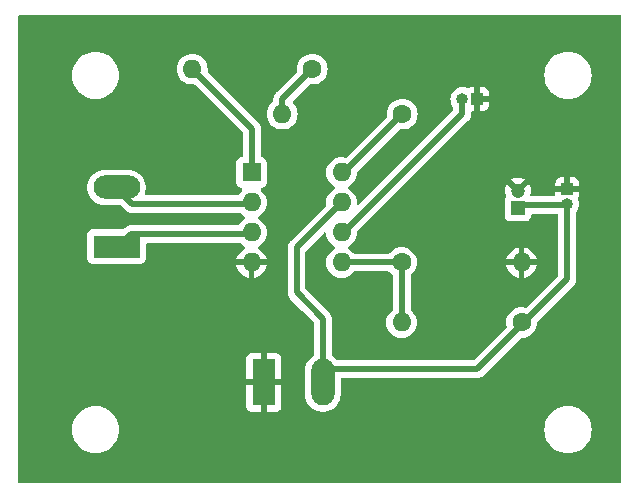
<source format=gbr>
%TF.GenerationSoftware,KiCad,Pcbnew,7.0.9*%
%TF.CreationDate,2023-12-14T14:42:03+01:00*%
%TF.ProjectId,Group15_AMP,47726f75-7031-4355-9f41-4d502e6b6963,00*%
%TF.SameCoordinates,PX66f2fb0PY6bcb370*%
%TF.FileFunction,Copper,L2,Bot*%
%TF.FilePolarity,Positive*%
%FSLAX46Y46*%
G04 Gerber Fmt 4.6, Leading zero omitted, Abs format (unit mm)*
G04 Created by KiCad (PCBNEW 7.0.9) date 2023-12-14 14:42:03*
%MOMM*%
%LPD*%
G01*
G04 APERTURE LIST*
%TA.AperFunction,ComponentPad*%
%ADD10R,1.200000X1.200000*%
%TD*%
%TA.AperFunction,ComponentPad*%
%ADD11C,1.200000*%
%TD*%
%TA.AperFunction,ComponentPad*%
%ADD12R,3.960000X1.980000*%
%TD*%
%TA.AperFunction,ComponentPad*%
%ADD13O,3.960000X1.980000*%
%TD*%
%TA.AperFunction,ComponentPad*%
%ADD14R,1.980000X3.960000*%
%TD*%
%TA.AperFunction,ComponentPad*%
%ADD15O,1.980000X3.960000*%
%TD*%
%TA.AperFunction,ComponentPad*%
%ADD16C,1.600000*%
%TD*%
%TA.AperFunction,ComponentPad*%
%ADD17O,1.600000X1.600000*%
%TD*%
%TA.AperFunction,ComponentPad*%
%ADD18R,1.000000X1.000000*%
%TD*%
%TA.AperFunction,ComponentPad*%
%ADD19O,1.000000X1.000000*%
%TD*%
%TA.AperFunction,ComponentPad*%
%ADD20R,1.600000X1.600000*%
%TD*%
%TA.AperFunction,Conductor*%
%ADD21C,0.500000*%
%TD*%
%TA.AperFunction,Conductor*%
%ADD22C,0.200000*%
%TD*%
G04 APERTURE END LIST*
D10*
%TO.P,C1,1*%
%TO.N,IN3.3*%
X42800000Y23780000D03*
D11*
%TO.P,C1,2*%
%TO.N,GND*%
X42800000Y25280000D03*
%TD*%
D12*
%TO.P,J1,1,Pin_1*%
%TO.N,/Vin+*%
X8825000Y20540000D03*
D13*
%TO.P,J1,2,Pin_2*%
%TO.N,/Vin-*%
X8825000Y25540000D03*
%TD*%
D14*
%TO.P,J3,1,Pin_1*%
%TO.N,GND*%
X21300000Y9030000D03*
D15*
%TO.P,J3,2,Pin_2*%
%TO.N,IN3.3*%
X26300000Y9030000D03*
%TD*%
D16*
%TO.P,R2,1*%
%TO.N,Net-(Ina122-Pad5)*%
X32955000Y19190000D03*
D17*
%TO.P,R2,2*%
%TO.N,GND*%
X43115000Y19190000D03*
%TD*%
D18*
%TO.P,J4,1,Pin_1*%
%TO.N,GND*%
X39370000Y33020000D03*
D19*
%TO.P,J4,2,Pin_2*%
%TO.N,/Vo*%
X38100000Y33020000D03*
%TD*%
D18*
%TO.P,J2,1,Pin_1*%
%TO.N,GND*%
X46990000Y25400000D03*
D19*
%TO.P,J2,2,Pin_2*%
%TO.N,IN3.3*%
X46990000Y24130000D03*
%TD*%
D16*
%TO.P,RG1,1*%
%TO.N,Net-(RG1-Pad1)*%
X25400000Y35560000D03*
D17*
%TO.P,RG1,2*%
%TO.N,Net-(Ina122-Pad1)*%
X15240000Y35560000D03*
%TD*%
D16*
%TO.P,RG2,1*%
%TO.N,Net-(Ina122-Pad8)*%
X33020000Y31750000D03*
D17*
%TO.P,RG2,2*%
%TO.N,Net-(RG1-Pad1)*%
X22860000Y31750000D03*
%TD*%
D16*
%TO.P,R1,1*%
%TO.N,IN3.3*%
X43115000Y14110000D03*
D17*
%TO.P,R1,2*%
%TO.N,Net-(Ina122-Pad5)*%
X32955000Y14110000D03*
%TD*%
D20*
%TO.P,Ina122,1*%
%TO.N,Net-(Ina122-Pad1)*%
X20255000Y26810000D03*
D17*
%TO.P,Ina122,2*%
%TO.N,/Vin-*%
X20255000Y24270000D03*
%TO.P,Ina122,3*%
%TO.N,/Vin+*%
X20255000Y21730000D03*
%TO.P,Ina122,4*%
%TO.N,GND*%
X20255000Y19190000D03*
%TO.P,Ina122,5*%
%TO.N,Net-(Ina122-Pad5)*%
X27875000Y19190000D03*
%TO.P,Ina122,6*%
%TO.N,/Vo*%
X27875000Y21730000D03*
%TO.P,Ina122,7*%
%TO.N,IN3.3*%
X27875000Y24270000D03*
%TO.P,Ina122,8*%
%TO.N,Net-(Ina122-Pad8)*%
X27875000Y26810000D03*
%TD*%
D21*
%TO.N,IN3.3*%
X43300000Y24030000D02*
X46890000Y24030000D01*
D22*
X46890000Y24030000D02*
X46990000Y24130000D01*
D21*
X24065000Y20460000D02*
X24065000Y19780000D01*
X39370000Y10160000D02*
X26365000Y10160000D01*
X46990000Y17780000D02*
X46990000Y24130000D01*
X26300000Y10300000D02*
X26300000Y14415000D01*
X43180000Y13970000D02*
X46990000Y17780000D01*
X24065000Y16650000D02*
X24065000Y19780000D01*
X26300000Y14415000D02*
X24065000Y16650000D01*
X43180000Y13970000D02*
X39370000Y10160000D01*
X27875000Y24270000D02*
X24065000Y20460000D01*
X27400000Y24130000D02*
X27940000Y24130000D01*
%TO.N,Net-(Ina122-Pad1)*%
X20320000Y30480000D02*
X15240000Y35560000D01*
X20320000Y26670000D02*
X20320000Y30480000D01*
%TO.N,/Vin-*%
X20320000Y24130000D02*
X10160000Y24130000D01*
X10160000Y24130000D02*
X8890000Y25400000D01*
%TO.N,/Vin+*%
X10080000Y21590000D02*
X8890000Y20400000D01*
X20320000Y21590000D02*
X10080000Y21590000D01*
%TO.N,/Vo*%
X38100000Y31750000D02*
X38100000Y33020000D01*
X27940000Y21590000D02*
X38100000Y31750000D01*
%TO.N,Net-(Ina122-Pad5)*%
X33020000Y13970000D02*
X33020000Y19050000D01*
X27875000Y19190000D02*
X32955000Y19190000D01*
%TO.N,Net-(RG1-Pad1)*%
X22860000Y31750000D02*
X22860000Y33020000D01*
X22860000Y33020000D02*
X25400000Y35560000D01*
%TO.N,Net-(Ina122-Pad8)*%
X33020000Y31750000D02*
X27940000Y26670000D01*
%TD*%
%TA.AperFunction,Conductor*%
%TO.N,GND*%
G36*
X51512539Y40119815D02*
G01*
X51558294Y40067011D01*
X51569500Y40015500D01*
X51569500Y624500D01*
X51549815Y557461D01*
X51497011Y511706D01*
X51445500Y500500D01*
X624500Y500500D01*
X557461Y520185D01*
X511706Y572989D01*
X500500Y624500D01*
X500500Y5029999D01*
X5044390Y5029999D01*
X5064804Y4744567D01*
X5125628Y4464963D01*
X5225635Y4196834D01*
X5362770Y3945691D01*
X5362775Y3945683D01*
X5534254Y3716613D01*
X5534270Y3716595D01*
X5736594Y3514271D01*
X5736612Y3514255D01*
X5965682Y3342776D01*
X5965690Y3342771D01*
X6216833Y3205636D01*
X6216832Y3205636D01*
X6216836Y3205635D01*
X6216839Y3205633D01*
X6484954Y3105631D01*
X6484960Y3105630D01*
X6484962Y3105629D01*
X6764566Y3044805D01*
X6764568Y3044805D01*
X6764572Y3044804D01*
X7018220Y3026663D01*
X7049999Y3024390D01*
X7050000Y3024390D01*
X7050001Y3024390D01*
X7078595Y3026436D01*
X7335428Y3044804D01*
X7615046Y3105631D01*
X7883161Y3205633D01*
X8134315Y3342774D01*
X8363395Y3514261D01*
X8565739Y3716605D01*
X8737226Y3945685D01*
X8874367Y4196839D01*
X8974369Y4464954D01*
X9035196Y4744572D01*
X9055610Y5029999D01*
X45044390Y5029999D01*
X45064804Y4744567D01*
X45125628Y4464963D01*
X45225635Y4196834D01*
X45362770Y3945691D01*
X45362775Y3945683D01*
X45534254Y3716613D01*
X45534270Y3716595D01*
X45736594Y3514271D01*
X45736612Y3514255D01*
X45965682Y3342776D01*
X45965690Y3342771D01*
X46216833Y3205636D01*
X46216832Y3205636D01*
X46216836Y3205635D01*
X46216839Y3205633D01*
X46484954Y3105631D01*
X46484960Y3105630D01*
X46484962Y3105629D01*
X46764566Y3044805D01*
X46764568Y3044805D01*
X46764572Y3044804D01*
X47018220Y3026663D01*
X47049999Y3024390D01*
X47050000Y3024390D01*
X47050001Y3024390D01*
X47078595Y3026436D01*
X47335428Y3044804D01*
X47615046Y3105631D01*
X47883161Y3205633D01*
X48134315Y3342774D01*
X48363395Y3514261D01*
X48565739Y3716605D01*
X48737226Y3945685D01*
X48874367Y4196839D01*
X48974369Y4464954D01*
X49035196Y4744572D01*
X49055610Y5030000D01*
X49035196Y5315428D01*
X48974369Y5595046D01*
X48874367Y5863161D01*
X48794025Y6010295D01*
X48737229Y6114310D01*
X48737224Y6114318D01*
X48565745Y6343388D01*
X48565729Y6343406D01*
X48363405Y6545730D01*
X48363387Y6545746D01*
X48134317Y6717225D01*
X48134309Y6717230D01*
X47883166Y6854365D01*
X47883167Y6854365D01*
X47775915Y6894368D01*
X47615046Y6954369D01*
X47615043Y6954370D01*
X47615037Y6954372D01*
X47335433Y7015196D01*
X47050001Y7035610D01*
X47049999Y7035610D01*
X46764566Y7015196D01*
X46484962Y6954372D01*
X46216833Y6854365D01*
X45965690Y6717230D01*
X45965682Y6717225D01*
X45736612Y6545746D01*
X45736594Y6545730D01*
X45534270Y6343406D01*
X45534254Y6343388D01*
X45362775Y6114318D01*
X45362770Y6114310D01*
X45225635Y5863167D01*
X45125628Y5595038D01*
X45064804Y5315434D01*
X45044390Y5030002D01*
X45044390Y5029999D01*
X9055610Y5029999D01*
X9055610Y5030000D01*
X9035196Y5315428D01*
X8974369Y5595046D01*
X8874367Y5863161D01*
X8794025Y6010295D01*
X8737229Y6114310D01*
X8737224Y6114318D01*
X8565745Y6343388D01*
X8565729Y6343406D01*
X8363405Y6545730D01*
X8363387Y6545746D01*
X8134317Y6717225D01*
X8134309Y6717230D01*
X7883166Y6854365D01*
X7883167Y6854365D01*
X7775915Y6894368D01*
X7615046Y6954369D01*
X7615043Y6954370D01*
X7615037Y6954372D01*
X7395377Y7002156D01*
X19810000Y7002156D01*
X19816401Y6942628D01*
X19816403Y6942621D01*
X19866645Y6807914D01*
X19866649Y6807907D01*
X19952809Y6692813D01*
X19952812Y6692810D01*
X20067906Y6606650D01*
X20067913Y6606646D01*
X20202620Y6556404D01*
X20202627Y6556402D01*
X20262155Y6550001D01*
X20262172Y6550000D01*
X21050000Y6550000D01*
X21050000Y8418943D01*
X21140892Y8384472D01*
X21260081Y8370000D01*
X21339919Y8370000D01*
X21459108Y8384472D01*
X21550000Y8418943D01*
X21550000Y6550000D01*
X22337828Y6550000D01*
X22337844Y6550001D01*
X22397372Y6556402D01*
X22397379Y6556404D01*
X22532086Y6606646D01*
X22532093Y6606650D01*
X22647187Y6692810D01*
X22647190Y6692813D01*
X22733350Y6807907D01*
X22733354Y6807914D01*
X22783596Y6942621D01*
X22783598Y6942628D01*
X22789999Y7002156D01*
X22790000Y7002173D01*
X22790000Y8780000D01*
X21914168Y8780000D01*
X21921643Y8794242D01*
X21960000Y8949862D01*
X21960000Y9110138D01*
X21921643Y9265758D01*
X21914168Y9280000D01*
X22790000Y9280000D01*
X22790000Y11057828D01*
X22789999Y11057845D01*
X22783598Y11117373D01*
X22783596Y11117380D01*
X22733354Y11252087D01*
X22733350Y11252094D01*
X22647190Y11367188D01*
X22647187Y11367191D01*
X22532093Y11453351D01*
X22532086Y11453355D01*
X22397379Y11503597D01*
X22397372Y11503599D01*
X22337844Y11510000D01*
X21550000Y11510000D01*
X21550000Y9641058D01*
X21459108Y9675528D01*
X21339919Y9690000D01*
X21260081Y9690000D01*
X21140892Y9675528D01*
X21050000Y9641058D01*
X21050000Y11510000D01*
X20262155Y11510000D01*
X20202627Y11503599D01*
X20202620Y11503597D01*
X20067913Y11453355D01*
X20067906Y11453351D01*
X19952812Y11367191D01*
X19952809Y11367188D01*
X19866649Y11252094D01*
X19866645Y11252087D01*
X19816403Y11117380D01*
X19816401Y11117373D01*
X19810000Y11057845D01*
X19810000Y9280000D01*
X20685832Y9280000D01*
X20678357Y9265758D01*
X20640000Y9110138D01*
X20640000Y8949862D01*
X20678357Y8794242D01*
X20685832Y8780000D01*
X19810000Y8780000D01*
X19810000Y7002156D01*
X7395377Y7002156D01*
X7335433Y7015196D01*
X7050001Y7035610D01*
X7049999Y7035610D01*
X6764566Y7015196D01*
X6484962Y6954372D01*
X6216833Y6854365D01*
X5965690Y6717230D01*
X5965682Y6717225D01*
X5736612Y6545746D01*
X5736594Y6545730D01*
X5534270Y6343406D01*
X5534254Y6343388D01*
X5362775Y6114318D01*
X5362770Y6114310D01*
X5225635Y5863167D01*
X5125628Y5595038D01*
X5064804Y5315434D01*
X5044390Y5030002D01*
X5044390Y5029999D01*
X500500Y5029999D01*
X500500Y16671975D01*
X23309710Y16671975D01*
X23314264Y16619936D01*
X23314500Y16614530D01*
X23314500Y16606291D01*
X23318306Y16573726D01*
X23325000Y16497209D01*
X23326461Y16490133D01*
X23326403Y16490122D01*
X23328034Y16482763D01*
X23328092Y16482776D01*
X23329757Y16475750D01*
X23356025Y16403576D01*
X23380185Y16330669D01*
X23383236Y16324126D01*
X23383182Y16324102D01*
X23386470Y16317312D01*
X23386521Y16317337D01*
X23389761Y16310887D01*
X23389762Y16310886D01*
X23389763Y16310883D01*
X23431965Y16246717D01*
X23472287Y16181345D01*
X23476766Y16175681D01*
X23476719Y16175644D01*
X23481482Y16169798D01*
X23481528Y16169836D01*
X23486173Y16164300D01*
X23542018Y16111614D01*
X24543588Y15110044D01*
X25513181Y14140452D01*
X25546666Y14079129D01*
X25549500Y14052771D01*
X25549500Y11382501D01*
X25529815Y11315462D01*
X25486196Y11275003D01*
X25486277Y11274880D01*
X25485559Y11274411D01*
X25484521Y11273448D01*
X25481983Y11272075D01*
X25481982Y11272075D01*
X25481980Y11272073D01*
X25456311Y11252094D01*
X25287053Y11120356D01*
X25119752Y10938618D01*
X24984650Y10731828D01*
X24885428Y10505624D01*
X24824789Y10266166D01*
X24809500Y10081643D01*
X24809500Y7978357D01*
X24824789Y7793835D01*
X24824789Y7793832D01*
X24824790Y7793831D01*
X24885428Y7554377D01*
X24984652Y7328169D01*
X25119755Y7121379D01*
X25287052Y6939645D01*
X25287055Y6939643D01*
X25287058Y6939640D01*
X25481971Y6787933D01*
X25481977Y6787929D01*
X25481980Y6787927D01*
X25699221Y6670362D01*
X25820536Y6628715D01*
X25932846Y6590158D01*
X25932848Y6590158D01*
X25932850Y6590157D01*
X26176494Y6549500D01*
X26176495Y6549500D01*
X26423505Y6549500D01*
X26423506Y6549500D01*
X26667150Y6590157D01*
X26900779Y6670362D01*
X27118020Y6787927D01*
X27143691Y6807907D01*
X27203382Y6854367D01*
X27312948Y6939645D01*
X27480245Y7121379D01*
X27615348Y7328169D01*
X27714572Y7554377D01*
X27775210Y7793831D01*
X27790500Y7978355D01*
X27790500Y9285500D01*
X27810185Y9352539D01*
X27862989Y9398294D01*
X27914500Y9409500D01*
X39306295Y9409500D01*
X39324265Y9408191D01*
X39348023Y9404711D01*
X39400068Y9409265D01*
X39405470Y9409500D01*
X39413704Y9409500D01*
X39413709Y9409500D01*
X39425327Y9410859D01*
X39446276Y9413307D01*
X39459028Y9414423D01*
X39522797Y9420001D01*
X39522805Y9420004D01*
X39529866Y9421461D01*
X39529878Y9421402D01*
X39537243Y9423035D01*
X39537229Y9423094D01*
X39544246Y9424759D01*
X39544255Y9424759D01*
X39616423Y9451026D01*
X39689334Y9475186D01*
X39689343Y9475193D01*
X39695882Y9478240D01*
X39695908Y9478184D01*
X39702690Y9481468D01*
X39702663Y9481522D01*
X39709106Y9484760D01*
X39709117Y9484763D01*
X39773283Y9526966D01*
X39838656Y9567288D01*
X39838662Y9567295D01*
X39844325Y9571771D01*
X39844362Y9571723D01*
X39850204Y9576482D01*
X39850164Y9576529D01*
X39855691Y9581168D01*
X39855696Y9581170D01*
X39908386Y9637019D01*
X43040237Y12768872D01*
X43101558Y12802355D01*
X43117101Y12804716D01*
X43341692Y12824365D01*
X43561496Y12883261D01*
X43767734Y12979432D01*
X43954139Y13109953D01*
X44115047Y13270861D01*
X44245568Y13457266D01*
X44341739Y13663504D01*
X44400635Y13883308D01*
X44420283Y14107892D01*
X44445735Y14172959D01*
X44456122Y14184756D01*
X47475638Y17204273D01*
X47489267Y17216050D01*
X47508530Y17230390D01*
X47508532Y17230394D01*
X47508534Y17230394D01*
X47526663Y17252001D01*
X47542113Y17270415D01*
X47545767Y17274401D01*
X47551591Y17280224D01*
X47571930Y17305948D01*
X47621302Y17364786D01*
X47621306Y17364795D01*
X47625274Y17370825D01*
X47625325Y17370792D01*
X47629369Y17377140D01*
X47629317Y17377172D01*
X47633104Y17383315D01*
X47633111Y17383323D01*
X47665572Y17452937D01*
X47700040Y17521567D01*
X47700041Y17521573D01*
X47702508Y17528350D01*
X47702566Y17528329D01*
X47705043Y17535456D01*
X47704986Y17535474D01*
X47707255Y17542321D01*
X47707256Y17542326D01*
X47707257Y17542328D01*
X47722790Y17617559D01*
X47740500Y17692279D01*
X47740500Y17692281D01*
X47741339Y17699452D01*
X47741398Y17699446D01*
X47742164Y17706946D01*
X47742105Y17706951D01*
X47742734Y17714141D01*
X47740500Y17790918D01*
X47740500Y23423024D01*
X47760185Y23490063D01*
X47768632Y23501671D01*
X47825910Y23571462D01*
X47918814Y23745273D01*
X47976024Y23933868D01*
X47995341Y24130000D01*
X47976024Y24326132D01*
X47918814Y24514727D01*
X47917419Y24517337D01*
X47917100Y24518865D01*
X47916482Y24520359D01*
X47916765Y24520477D01*
X47903174Y24585739D01*
X47927512Y24650110D01*
X47933351Y24657911D01*
X47983597Y24792624D01*
X47983598Y24792628D01*
X47989999Y24852156D01*
X47990000Y24852173D01*
X47990000Y25150000D01*
X47235581Y25150000D01*
X47287060Y25205921D01*
X47333982Y25312892D01*
X47343628Y25429302D01*
X47314953Y25542538D01*
X47251064Y25640327D01*
X47158885Y25712072D01*
X47048405Y25750000D01*
X46960995Y25750000D01*
X46874784Y25735614D01*
X46772053Y25680019D01*
X46692940Y25594079D01*
X46646018Y25487108D01*
X46636372Y25370698D01*
X46665047Y25257462D01*
X46728936Y25159673D01*
X46741364Y25150000D01*
X45990000Y25150000D01*
X45990000Y24904500D01*
X45970315Y24837461D01*
X45917511Y24791706D01*
X45866000Y24780500D01*
X43965741Y24780500D01*
X43898702Y24800185D01*
X43852947Y24852989D01*
X43843003Y24922147D01*
X43846475Y24938434D01*
X43885902Y25077008D01*
X43885903Y25077011D01*
X43904713Y25280000D01*
X43904713Y25280001D01*
X43885903Y25482990D01*
X43885902Y25482993D01*
X43838385Y25650000D01*
X45990000Y25650000D01*
X46740000Y25650000D01*
X46740000Y26400000D01*
X47240000Y26400000D01*
X47240000Y25650000D01*
X47990000Y25650000D01*
X47990000Y25947828D01*
X47989999Y25947845D01*
X47983598Y26007373D01*
X47983596Y26007380D01*
X47933354Y26142087D01*
X47933350Y26142094D01*
X47847190Y26257188D01*
X47847187Y26257191D01*
X47732093Y26343351D01*
X47732086Y26343355D01*
X47597379Y26393597D01*
X47597372Y26393599D01*
X47537844Y26400000D01*
X47240000Y26400000D01*
X46740000Y26400000D01*
X46442155Y26400000D01*
X46382627Y26393599D01*
X46382620Y26393597D01*
X46247913Y26343355D01*
X46247906Y26343351D01*
X46132812Y26257191D01*
X46132809Y26257188D01*
X46046649Y26142094D01*
X46046645Y26142087D01*
X45996403Y26007380D01*
X45996401Y26007373D01*
X45990000Y25947845D01*
X45990000Y25650000D01*
X43838385Y25650000D01*
X43830116Y25679064D01*
X43830113Y25679070D01*
X43739244Y25861559D01*
X43737466Y25863914D01*
X43737465Y25863915D01*
X43095346Y25221796D01*
X43103895Y25251840D01*
X43093546Y25363521D01*
X43043552Y25463922D01*
X42960666Y25539484D01*
X42856080Y25580000D01*
X42772198Y25580000D01*
X42689750Y25564588D01*
X42594390Y25505543D01*
X42526799Y25416038D01*
X42496105Y25308160D01*
X42504052Y25222395D01*
X41862533Y25863915D01*
X41860754Y25861557D01*
X41769886Y25679070D01*
X41769883Y25679064D01*
X41714097Y25482993D01*
X41714096Y25482990D01*
X41695287Y25280001D01*
X41695287Y25280000D01*
X41714096Y25077011D01*
X41714097Y25077009D01*
X41769884Y24880937D01*
X41769890Y24880922D01*
X41807688Y24805015D01*
X41819949Y24736230D01*
X41795955Y24675432D01*
X41756204Y24622332D01*
X41756202Y24622329D01*
X41705908Y24487483D01*
X41699501Y24427884D01*
X41699500Y24427865D01*
X41699500Y23132130D01*
X41699501Y23132124D01*
X41705908Y23072517D01*
X41756202Y22937672D01*
X41756206Y22937665D01*
X41842452Y22822456D01*
X41842455Y22822453D01*
X41957664Y22736207D01*
X41957671Y22736203D01*
X42092517Y22685909D01*
X42092516Y22685909D01*
X42099444Y22685165D01*
X42152127Y22679500D01*
X43447872Y22679501D01*
X43507483Y22685909D01*
X43642331Y22736204D01*
X43757546Y22822454D01*
X43843796Y22937669D01*
X43894091Y23072517D01*
X43900500Y23132127D01*
X43900500Y23155500D01*
X43920185Y23222539D01*
X43972989Y23268294D01*
X44024500Y23279500D01*
X46115500Y23279500D01*
X46182539Y23259815D01*
X46228294Y23207011D01*
X46239500Y23155500D01*
X46239500Y18142230D01*
X46219815Y18075191D01*
X46203181Y18054549D01*
X43552080Y15403449D01*
X43490757Y15369964D01*
X43432306Y15371355D01*
X43341692Y15395635D01*
X43341690Y15395636D01*
X43341686Y15395636D01*
X43115002Y15415468D01*
X43114998Y15415468D01*
X42888313Y15395636D01*
X42888302Y15395634D01*
X42668511Y15336742D01*
X42668502Y15336739D01*
X42462267Y15240569D01*
X42462265Y15240568D01*
X42275858Y15110046D01*
X42114954Y14949142D01*
X41984432Y14762735D01*
X41984431Y14762733D01*
X41888261Y14556498D01*
X41888258Y14556489D01*
X41829366Y14336698D01*
X41829364Y14336687D01*
X41809532Y14110002D01*
X41809532Y14109999D01*
X41829364Y13883314D01*
X41829366Y13883304D01*
X41853645Y13792694D01*
X41851982Y13722845D01*
X41821551Y13672920D01*
X39095451Y10946819D01*
X39034128Y10913334D01*
X39007770Y10910500D01*
X27560524Y10910500D01*
X27493485Y10930185D01*
X27469294Y10950517D01*
X27312948Y11120355D01*
X27118020Y11272073D01*
X27115478Y11273449D01*
X27114639Y11274281D01*
X27113723Y11274880D01*
X27113846Y11275069D01*
X27065890Y11322669D01*
X27050500Y11382501D01*
X27050500Y14351295D01*
X27051809Y14369265D01*
X27055289Y14393026D01*
X27050736Y14445061D01*
X27050500Y14450468D01*
X27050500Y14458703D01*
X27050500Y14458709D01*
X27046691Y14491293D01*
X27039998Y14567798D01*
X27039996Y14567803D01*
X27038538Y14574867D01*
X27038597Y14574880D01*
X27036967Y14582236D01*
X27036908Y14582221D01*
X27035242Y14589247D01*
X27035241Y14589255D01*
X27008973Y14661427D01*
X26984815Y14734334D01*
X26981763Y14740879D01*
X26981817Y14740905D01*
X26978533Y14747688D01*
X26978480Y14747660D01*
X26975238Y14754114D01*
X26975237Y14754117D01*
X26933038Y14818277D01*
X26892712Y14883656D01*
X26892711Y14883657D01*
X26892710Y14883659D01*
X26888234Y14889319D01*
X26888280Y14889357D01*
X26883519Y14895201D01*
X26883474Y14895162D01*
X26878834Y14900692D01*
X26822982Y14953387D01*
X24851819Y16924550D01*
X24818334Y16985873D01*
X24815500Y17012231D01*
X24815500Y20097772D01*
X24835185Y20164811D01*
X24851814Y20185448D01*
X26367568Y21701203D01*
X26428891Y21734687D01*
X26498583Y21729703D01*
X26554516Y21687831D01*
X26578777Y21624329D01*
X26589364Y21503313D01*
X26589366Y21503303D01*
X26648258Y21283512D01*
X26648261Y21283503D01*
X26744431Y21077268D01*
X26744432Y21077266D01*
X26874954Y20890859D01*
X27035858Y20729955D01*
X27035861Y20729953D01*
X27222266Y20599432D01*
X27280275Y20572382D01*
X27332714Y20526209D01*
X27351866Y20459016D01*
X27331650Y20392135D01*
X27280275Y20347618D01*
X27222267Y20320569D01*
X27222265Y20320568D01*
X27035858Y20190046D01*
X26874954Y20029142D01*
X26744432Y19842735D01*
X26744431Y19842733D01*
X26648261Y19636498D01*
X26648258Y19636489D01*
X26589366Y19416698D01*
X26589364Y19416687D01*
X26569532Y19190002D01*
X26569532Y19189999D01*
X26589364Y18963314D01*
X26589366Y18963303D01*
X26648258Y18743512D01*
X26648261Y18743503D01*
X26744431Y18537268D01*
X26744432Y18537266D01*
X26874954Y18350859D01*
X27035858Y18189955D01*
X27035861Y18189953D01*
X27222266Y18059432D01*
X27428504Y17963261D01*
X27648308Y17904365D01*
X27810230Y17890199D01*
X27874998Y17884532D01*
X27875000Y17884532D01*
X27875002Y17884532D01*
X27931673Y17889491D01*
X28101692Y17904365D01*
X28321496Y17963261D01*
X28527734Y18059432D01*
X28714139Y18189953D01*
X28875047Y18350861D01*
X28900088Y18386623D01*
X28954665Y18430248D01*
X29001663Y18439500D01*
X31828337Y18439500D01*
X31895376Y18419815D01*
X31929912Y18386623D01*
X31954954Y18350859D01*
X32115857Y18189956D01*
X32115860Y18189954D01*
X32115861Y18189953D01*
X32216623Y18119400D01*
X32260248Y18064824D01*
X32269500Y18017825D01*
X32269500Y15282177D01*
X32249815Y15215138D01*
X32216624Y15180602D01*
X32115856Y15110044D01*
X31954954Y14949142D01*
X31824432Y14762735D01*
X31824431Y14762733D01*
X31728261Y14556498D01*
X31728258Y14556489D01*
X31669366Y14336698D01*
X31669364Y14336687D01*
X31649532Y14110002D01*
X31649532Y14109999D01*
X31669364Y13883314D01*
X31669366Y13883303D01*
X31728258Y13663512D01*
X31728261Y13663503D01*
X31824431Y13457268D01*
X31824432Y13457266D01*
X31954954Y13270859D01*
X32115858Y13109955D01*
X32115861Y13109953D01*
X32302266Y12979432D01*
X32508504Y12883261D01*
X32728308Y12824365D01*
X32890230Y12810199D01*
X32954998Y12804532D01*
X32955000Y12804532D01*
X32955002Y12804532D01*
X33011673Y12809491D01*
X33181692Y12824365D01*
X33401496Y12883261D01*
X33607734Y12979432D01*
X33794139Y13109953D01*
X33955047Y13270861D01*
X34085568Y13457266D01*
X34181739Y13663504D01*
X34240635Y13883308D01*
X34260468Y14110000D01*
X34240635Y14336692D01*
X34181739Y14556496D01*
X34085568Y14762734D01*
X33955047Y14949139D01*
X33955045Y14949142D01*
X33806819Y15097368D01*
X33773334Y15158691D01*
X33770500Y15185049D01*
X33770500Y18114951D01*
X33790185Y18181990D01*
X33806819Y18202632D01*
X33955045Y18350859D01*
X33955047Y18350861D01*
X34085568Y18537266D01*
X34181739Y18743504D01*
X34240635Y18963308D01*
X34260468Y19190000D01*
X34260253Y19192453D01*
X34254801Y19254770D01*
X34240635Y19416692D01*
X34234389Y19440001D01*
X41836127Y19440001D01*
X41836128Y19440000D01*
X42799314Y19440000D01*
X42787359Y19428045D01*
X42729835Y19315148D01*
X42710014Y19190000D01*
X42729835Y19064852D01*
X42787359Y18951955D01*
X42799314Y18940000D01*
X41836128Y18940000D01*
X41888730Y18743683D01*
X41888734Y18743674D01*
X41984865Y18537518D01*
X42115342Y18351180D01*
X42276179Y18190343D01*
X42462517Y18059866D01*
X42668673Y17963735D01*
X42668682Y17963731D01*
X42864999Y17911128D01*
X42865000Y17911129D01*
X42865000Y18874314D01*
X42876955Y18862359D01*
X42989852Y18804835D01*
X43083519Y18790000D01*
X43146481Y18790000D01*
X43240148Y18804835D01*
X43353045Y18862359D01*
X43365000Y18874314D01*
X43365000Y17911128D01*
X43561317Y17963731D01*
X43561326Y17963735D01*
X43767482Y18059866D01*
X43953820Y18190343D01*
X44114657Y18351180D01*
X44245134Y18537518D01*
X44341265Y18743674D01*
X44341269Y18743683D01*
X44393872Y18940000D01*
X43430686Y18940000D01*
X43442641Y18951955D01*
X43500165Y19064852D01*
X43519986Y19190000D01*
X43500165Y19315148D01*
X43442641Y19428045D01*
X43430686Y19440000D01*
X44393872Y19440000D01*
X44393872Y19440001D01*
X44341269Y19636318D01*
X44341265Y19636327D01*
X44245134Y19842483D01*
X44114657Y20028821D01*
X43953820Y20189658D01*
X43767482Y20320135D01*
X43561328Y20416266D01*
X43365000Y20468873D01*
X43365000Y19505686D01*
X43353045Y19517641D01*
X43240148Y19575165D01*
X43146481Y19590000D01*
X43083519Y19590000D01*
X42989852Y19575165D01*
X42876955Y19517641D01*
X42865000Y19505686D01*
X42865000Y20468873D01*
X42668671Y20416266D01*
X42462517Y20320135D01*
X42276179Y20189658D01*
X42115342Y20028821D01*
X41984865Y19842483D01*
X41888734Y19636327D01*
X41888730Y19636318D01*
X41836127Y19440001D01*
X34234389Y19440001D01*
X34181739Y19636496D01*
X34085568Y19842734D01*
X33955047Y20029139D01*
X33955045Y20029142D01*
X33794141Y20190046D01*
X33607734Y20320568D01*
X33607732Y20320569D01*
X33401497Y20416739D01*
X33401488Y20416742D01*
X33181697Y20475634D01*
X33181693Y20475635D01*
X33181692Y20475635D01*
X33181691Y20475636D01*
X33181686Y20475636D01*
X32955002Y20495468D01*
X32954998Y20495468D01*
X32728313Y20475636D01*
X32728302Y20475634D01*
X32508511Y20416742D01*
X32508502Y20416739D01*
X32302267Y20320569D01*
X32302265Y20320568D01*
X32115858Y20190046D01*
X31954954Y20029142D01*
X31929912Y19993377D01*
X31875335Y19949752D01*
X31828337Y19940500D01*
X29001663Y19940500D01*
X28934624Y19960185D01*
X28900088Y19993377D01*
X28875045Y20029142D01*
X28714141Y20190046D01*
X28527734Y20320568D01*
X28527728Y20320571D01*
X28469725Y20347618D01*
X28417285Y20393790D01*
X28398133Y20460983D01*
X28418348Y20527865D01*
X28469725Y20572382D01*
X28527734Y20599432D01*
X28714139Y20729953D01*
X28875047Y20890861D01*
X29005568Y21077266D01*
X29101739Y21283504D01*
X29160635Y21503308D01*
X29180283Y21727892D01*
X29205735Y21792959D01*
X29216122Y21804756D01*
X33625608Y26214242D01*
X42219310Y26214242D01*
X42800000Y25633553D01*
X42800001Y25633553D01*
X43380688Y26214242D01*
X43380687Y26214243D01*
X43292418Y26268896D01*
X43292411Y26268900D01*
X43102321Y26342540D01*
X42901928Y26380000D01*
X42698072Y26380000D01*
X42497678Y26342540D01*
X42307588Y26268900D01*
X42307584Y26268898D01*
X42219310Y26214242D01*
X33625608Y26214242D01*
X38585642Y31174276D01*
X38599271Y31186053D01*
X38618530Y31200390D01*
X38652101Y31240399D01*
X38655761Y31244394D01*
X38661590Y31250222D01*
X38681941Y31275961D01*
X38687948Y31283121D01*
X38731302Y31334786D01*
X38731306Y31334795D01*
X38735274Y31340825D01*
X38735325Y31340792D01*
X38739372Y31347144D01*
X38739320Y31347176D01*
X38743112Y31353325D01*
X38775575Y31422942D01*
X38810036Y31491560D01*
X38810040Y31491567D01*
X38810042Y31491579D01*
X38812509Y31498354D01*
X38812567Y31498333D01*
X38815043Y31505454D01*
X38814986Y31505472D01*
X38817257Y31512327D01*
X38832792Y31587566D01*
X38850498Y31662272D01*
X38850500Y31662279D01*
X38850500Y31662290D01*
X38851338Y31669452D01*
X38851398Y31669445D01*
X38852164Y31676945D01*
X38852105Y31676950D01*
X38852734Y31684140D01*
X38850500Y31760918D01*
X38850500Y31896000D01*
X38870185Y31963039D01*
X38922989Y32008794D01*
X38974500Y32020000D01*
X39120000Y32020000D01*
X39120000Y32812328D01*
X39157871Y32767195D01*
X39257129Y32709888D01*
X39341564Y32695000D01*
X39398436Y32695000D01*
X39482871Y32709888D01*
X39582129Y32767195D01*
X39584483Y32770000D01*
X39620000Y32770000D01*
X39620000Y32020000D01*
X39917828Y32020000D01*
X39917844Y32020001D01*
X39977372Y32026402D01*
X39977379Y32026404D01*
X40112086Y32076646D01*
X40112093Y32076650D01*
X40227187Y32162810D01*
X40227190Y32162813D01*
X40313350Y32277907D01*
X40313354Y32277914D01*
X40363596Y32412621D01*
X40363598Y32412628D01*
X40369999Y32472156D01*
X40370000Y32472173D01*
X40370000Y32770000D01*
X39620000Y32770000D01*
X39584483Y32770000D01*
X39655801Y32854993D01*
X39695000Y32962694D01*
X39695000Y33077306D01*
X39655801Y33185007D01*
X39582129Y33272805D01*
X39482871Y33330112D01*
X39398436Y33345000D01*
X39341564Y33345000D01*
X39257129Y33330112D01*
X39157871Y33272805D01*
X39120000Y33227673D01*
X39120000Y34020000D01*
X39620000Y34020000D01*
X39620000Y33270000D01*
X40370000Y33270000D01*
X40370000Y33567828D01*
X40369999Y33567845D01*
X40363598Y33627373D01*
X40363596Y33627380D01*
X40313354Y33762087D01*
X40313350Y33762094D01*
X40227190Y33877188D01*
X40227187Y33877191D01*
X40112093Y33963351D01*
X40112086Y33963355D01*
X39977379Y34013597D01*
X39977372Y34013599D01*
X39917844Y34020000D01*
X39620000Y34020000D01*
X39120000Y34020000D01*
X38822155Y34020000D01*
X38762627Y34013599D01*
X38762620Y34013597D01*
X38627913Y33963355D01*
X38627907Y33963352D01*
X38620102Y33957508D01*
X38554638Y33933092D01*
X38490470Y33946751D01*
X38490359Y33946482D01*
X38488905Y33947084D01*
X38487341Y33947417D01*
X38484731Y33948812D01*
X38484730Y33948813D01*
X38484727Y33948814D01*
X38296132Y34006024D01*
X38296129Y34006025D01*
X38100000Y34025341D01*
X37903870Y34006025D01*
X37715266Y33948812D01*
X37541467Y33855914D01*
X37541460Y33855910D01*
X37389116Y33730884D01*
X37264090Y33578540D01*
X37264086Y33578533D01*
X37171188Y33404734D01*
X37113975Y33216130D01*
X37094659Y33020000D01*
X37113975Y32823871D01*
X37113976Y32823868D01*
X37136369Y32750047D01*
X37171188Y32635267D01*
X37264084Y32461471D01*
X37264087Y32461467D01*
X37264090Y32461462D01*
X37321354Y32391686D01*
X37348666Y32327380D01*
X37349500Y32313024D01*
X37349500Y32112231D01*
X37329815Y32045192D01*
X37313181Y32024550D01*
X29385112Y24096482D01*
X29323789Y24062997D01*
X29254097Y24067981D01*
X29198164Y24109853D01*
X29173747Y24175317D01*
X29173902Y24194961D01*
X29180468Y24270000D01*
X29160635Y24496692D01*
X29101739Y24716496D01*
X29005568Y24922734D01*
X28875047Y25109139D01*
X28875045Y25109142D01*
X28714141Y25270046D01*
X28527734Y25400568D01*
X28527728Y25400571D01*
X28493581Y25416494D01*
X28469724Y25427619D01*
X28417285Y25473790D01*
X28398133Y25540983D01*
X28418348Y25607865D01*
X28469725Y25652382D01*
X28527734Y25679432D01*
X28714139Y25809953D01*
X28875047Y25970861D01*
X29005568Y26157266D01*
X29101739Y26363504D01*
X29160635Y26583308D01*
X29180283Y26807892D01*
X29205735Y26872959D01*
X29216122Y26884756D01*
X32754652Y30423286D01*
X32815973Y30456769D01*
X32853135Y30459131D01*
X32996366Y30446600D01*
X33019999Y30444532D01*
X33020000Y30444532D01*
X33020002Y30444532D01*
X33076673Y30449491D01*
X33246692Y30464365D01*
X33466496Y30523261D01*
X33672734Y30619432D01*
X33859139Y30749953D01*
X34020047Y30910861D01*
X34150568Y31097266D01*
X34246739Y31303504D01*
X34305635Y31523308D01*
X34325468Y31750000D01*
X34305635Y31976692D01*
X34246739Y32196496D01*
X34150568Y32402734D01*
X34020047Y32589139D01*
X34020045Y32589142D01*
X33859141Y32750046D01*
X33672734Y32880568D01*
X33672732Y32880569D01*
X33466497Y32976739D01*
X33466488Y32976742D01*
X33246697Y33035634D01*
X33246693Y33035635D01*
X33246692Y33035635D01*
X33246691Y33035636D01*
X33246686Y33035636D01*
X33020002Y33055468D01*
X33019998Y33055468D01*
X32793313Y33035636D01*
X32793302Y33035634D01*
X32573511Y32976742D01*
X32573502Y32976739D01*
X32367267Y32880569D01*
X32367265Y32880568D01*
X32180858Y32750046D01*
X32019954Y32589142D01*
X31889432Y32402735D01*
X31889431Y32402733D01*
X31793261Y32196498D01*
X31793258Y32196489D01*
X31734366Y31976698D01*
X31734364Y31976687D01*
X31714532Y31750002D01*
X31714532Y31749997D01*
X31729129Y31583139D01*
X31715362Y31514640D01*
X31693282Y31484652D01*
X28312080Y28103450D01*
X28250757Y28069965D01*
X28192307Y28071356D01*
X28101699Y28095633D01*
X28101702Y28095633D01*
X28101692Y28095635D01*
X28101689Y28095636D01*
X28101686Y28095636D01*
X27875001Y28115468D01*
X27874998Y28115468D01*
X27648313Y28095636D01*
X27648302Y28095634D01*
X27428511Y28036742D01*
X27428502Y28036739D01*
X27222267Y27940569D01*
X27222265Y27940568D01*
X27035858Y27810046D01*
X26874954Y27649142D01*
X26744432Y27462735D01*
X26744431Y27462733D01*
X26648261Y27256498D01*
X26648258Y27256489D01*
X26589366Y27036698D01*
X26589364Y27036687D01*
X26569532Y26810002D01*
X26569532Y26809999D01*
X26589364Y26583314D01*
X26589366Y26583303D01*
X26648258Y26363512D01*
X26648261Y26363503D01*
X26744431Y26157268D01*
X26744432Y26157266D01*
X26874954Y25970859D01*
X27035858Y25809955D01*
X27035861Y25809953D01*
X27222266Y25679432D01*
X27280275Y25652382D01*
X27332714Y25606209D01*
X27351866Y25539016D01*
X27331650Y25472135D01*
X27280275Y25427618D01*
X27222267Y25400569D01*
X27222265Y25400568D01*
X27035858Y25270046D01*
X26874954Y25109142D01*
X26744432Y24922735D01*
X26744431Y24922733D01*
X26648261Y24716498D01*
X26648258Y24716489D01*
X26589366Y24496698D01*
X26589364Y24496687D01*
X26569532Y24270002D01*
X26569532Y24269997D01*
X26584129Y24103139D01*
X26570362Y24034640D01*
X26548282Y24004652D01*
X23579358Y21035728D01*
X23565729Y21023949D01*
X23546468Y21009610D01*
X23512898Y20969603D01*
X23509253Y20965624D01*
X23503409Y20959778D01*
X23483059Y20934041D01*
X23433695Y20875211D01*
X23429729Y20869181D01*
X23429682Y20869212D01*
X23425630Y20862853D01*
X23425679Y20862823D01*
X23421889Y20856679D01*
X23389424Y20787059D01*
X23354960Y20718434D01*
X23352488Y20711643D01*
X23352432Y20711664D01*
X23349960Y20704550D01*
X23350015Y20704531D01*
X23347742Y20697673D01*
X23339975Y20660054D01*
X23332207Y20622435D01*
X23319001Y20566716D01*
X23314498Y20547714D01*
X23313661Y20540546D01*
X23313601Y20540553D01*
X23312835Y20533055D01*
X23312895Y20533049D01*
X23312265Y20525860D01*
X23314500Y20449084D01*
X23314500Y16713706D01*
X23313191Y16695737D01*
X23309710Y16671975D01*
X500500Y16671975D01*
X500500Y19502130D01*
X6344500Y19502130D01*
X6344501Y19502124D01*
X6350908Y19442517D01*
X6401202Y19307672D01*
X6401206Y19307665D01*
X6487452Y19192456D01*
X6487455Y19192453D01*
X6602664Y19106207D01*
X6602671Y19106203D01*
X6737517Y19055909D01*
X6737516Y19055909D01*
X6744444Y19055165D01*
X6797127Y19049500D01*
X10852872Y19049501D01*
X10912483Y19055909D01*
X11047331Y19106204D01*
X11162546Y19192454D01*
X11248796Y19307669D01*
X11299091Y19442517D01*
X11305500Y19502127D01*
X11305499Y20715501D01*
X11325184Y20782539D01*
X11377987Y20828294D01*
X11429499Y20839500D01*
X19254952Y20839500D01*
X19321991Y20819815D01*
X19342628Y20803186D01*
X19415859Y20729955D01*
X19415862Y20729952D01*
X19461962Y20697673D01*
X19602266Y20599432D01*
X19660865Y20572107D01*
X19713305Y20525935D01*
X19732457Y20458742D01*
X19712242Y20391861D01*
X19660867Y20347343D01*
X19602515Y20320133D01*
X19416179Y20189658D01*
X19255342Y20028821D01*
X19124865Y19842483D01*
X19028734Y19636327D01*
X19028730Y19636318D01*
X18976127Y19440001D01*
X18976128Y19440000D01*
X19939314Y19440000D01*
X19927359Y19428045D01*
X19869835Y19315148D01*
X19850014Y19190000D01*
X19869835Y19064852D01*
X19927359Y18951955D01*
X19939314Y18940000D01*
X18976128Y18940000D01*
X19028730Y18743683D01*
X19028734Y18743674D01*
X19124865Y18537518D01*
X19255342Y18351180D01*
X19416179Y18190343D01*
X19602517Y18059866D01*
X19808673Y17963735D01*
X19808682Y17963731D01*
X20004999Y17911128D01*
X20005000Y17911129D01*
X20005000Y18874314D01*
X20016955Y18862359D01*
X20129852Y18804835D01*
X20223519Y18790000D01*
X20286481Y18790000D01*
X20380148Y18804835D01*
X20493045Y18862359D01*
X20505000Y18874314D01*
X20505000Y17911128D01*
X20701317Y17963731D01*
X20701326Y17963735D01*
X20907482Y18059866D01*
X21093820Y18190343D01*
X21254657Y18351180D01*
X21385134Y18537518D01*
X21481265Y18743674D01*
X21481269Y18743683D01*
X21533872Y18940000D01*
X20570686Y18940000D01*
X20582641Y18951955D01*
X20640165Y19064852D01*
X20659986Y19190000D01*
X20640165Y19315148D01*
X20582641Y19428045D01*
X20570686Y19440000D01*
X21533872Y19440000D01*
X21533872Y19440001D01*
X21481269Y19636318D01*
X21481265Y19636327D01*
X21385134Y19842483D01*
X21254657Y20028821D01*
X21093820Y20189658D01*
X20907482Y20320135D01*
X20849133Y20347343D01*
X20796694Y20393516D01*
X20777542Y20460709D01*
X20797758Y20527590D01*
X20849129Y20572105D01*
X20907734Y20599432D01*
X21094139Y20729953D01*
X21255047Y20890861D01*
X21385568Y21077266D01*
X21481739Y21283504D01*
X21540635Y21503308D01*
X21557634Y21697616D01*
X21560468Y21729999D01*
X21560468Y21730002D01*
X21553927Y21804764D01*
X21540635Y21956692D01*
X21482549Y22173472D01*
X21481741Y22176489D01*
X21481738Y22176498D01*
X21480930Y22178231D01*
X21385568Y22382734D01*
X21255047Y22569139D01*
X21255045Y22569142D01*
X21094141Y22730046D01*
X20907734Y22860568D01*
X20907728Y22860571D01*
X20849725Y22887618D01*
X20797285Y22933790D01*
X20778133Y23000983D01*
X20798348Y23067865D01*
X20849725Y23112382D01*
X20907734Y23139432D01*
X21094139Y23269953D01*
X21255047Y23430861D01*
X21385568Y23617266D01*
X21481739Y23823504D01*
X21540635Y24043308D01*
X21560468Y24270000D01*
X21540635Y24496692D01*
X21481739Y24716496D01*
X21385568Y24922734D01*
X21255047Y25109139D01*
X21255045Y25109142D01*
X21094143Y25270044D01*
X21079924Y25280000D01*
X21069535Y25287275D01*
X21025912Y25341851D01*
X21018719Y25411350D01*
X21050241Y25473704D01*
X21110471Y25509118D01*
X21127404Y25512139D01*
X21162483Y25515909D01*
X21297331Y25566204D01*
X21412546Y25652454D01*
X21498796Y25767669D01*
X21549091Y25902517D01*
X21555500Y25962127D01*
X21555499Y27657872D01*
X21549091Y27717483D01*
X21514567Y27810046D01*
X21498797Y27852329D01*
X21498793Y27852336D01*
X21412547Y27967545D01*
X21412544Y27967548D01*
X21297335Y28053794D01*
X21297328Y28053798D01*
X21155215Y28106802D01*
X21156012Y28108940D01*
X21105259Y28137848D01*
X21072880Y28199762D01*
X21070500Y28223941D01*
X21070500Y30416295D01*
X21071809Y30434265D01*
X21075105Y30456769D01*
X21075289Y30458023D01*
X21074751Y30464170D01*
X21070736Y30510066D01*
X21070500Y30515472D01*
X21070500Y30523703D01*
X21070500Y30523709D01*
X21066693Y30556276D01*
X21059999Y30632797D01*
X21059999Y30632799D01*
X21058539Y30639871D01*
X21058597Y30639884D01*
X21056965Y30647243D01*
X21056906Y30647228D01*
X21055242Y30654247D01*
X21055241Y30654255D01*
X21028974Y30726424D01*
X21004814Y30799334D01*
X21004809Y30799341D01*
X21001760Y30805882D01*
X21001815Y30805909D01*
X20998533Y30812687D01*
X20998480Y30812660D01*
X20995235Y30819120D01*
X20953028Y30883292D01*
X20912710Y30948658D01*
X20908234Y30954318D01*
X20908281Y30954356D01*
X20903519Y30960201D01*
X20903474Y30960162D01*
X20898834Y30965692D01*
X20842964Y31018404D01*
X20111369Y31749999D01*
X21554532Y31749999D01*
X21574364Y31523314D01*
X21574366Y31523303D01*
X21633258Y31303512D01*
X21633261Y31303503D01*
X21729431Y31097268D01*
X21729432Y31097266D01*
X21859954Y30910859D01*
X22020858Y30749955D01*
X22020861Y30749953D01*
X22207266Y30619432D01*
X22413504Y30523261D01*
X22633308Y30464365D01*
X22795230Y30450199D01*
X22859998Y30444532D01*
X22860000Y30444532D01*
X22860002Y30444532D01*
X22916673Y30449491D01*
X23086692Y30464365D01*
X23306496Y30523261D01*
X23512734Y30619432D01*
X23699139Y30749953D01*
X23860047Y30910861D01*
X23990568Y31097266D01*
X24086739Y31303504D01*
X24145635Y31523308D01*
X24165468Y31750000D01*
X24145635Y31976692D01*
X24086739Y32196496D01*
X23990568Y32402734D01*
X23860047Y32589139D01*
X23762955Y32686231D01*
X23729472Y32747551D01*
X23734456Y32817243D01*
X23762955Y32861589D01*
X25134652Y34233286D01*
X25195973Y34266769D01*
X25233135Y34269131D01*
X25376366Y34256600D01*
X25399999Y34254532D01*
X25400000Y34254532D01*
X25400002Y34254532D01*
X25456673Y34259491D01*
X25626692Y34274365D01*
X25846496Y34333261D01*
X26052734Y34429432D01*
X26239139Y34559953D01*
X26400047Y34720861D01*
X26530568Y34907266D01*
X26587800Y35029999D01*
X45044390Y35029999D01*
X45064804Y34744567D01*
X45125628Y34464963D01*
X45125630Y34464957D01*
X45125631Y34464954D01*
X45203804Y34255365D01*
X45225635Y34196834D01*
X45362770Y33945691D01*
X45362775Y33945683D01*
X45534254Y33716613D01*
X45534270Y33716595D01*
X45736594Y33514271D01*
X45736612Y33514255D01*
X45965682Y33342776D01*
X45965690Y33342771D01*
X46216833Y33205636D01*
X46216832Y33205636D01*
X46216836Y33205635D01*
X46216839Y33205633D01*
X46484954Y33105631D01*
X46484960Y33105630D01*
X46484962Y33105629D01*
X46764566Y33044805D01*
X46764568Y33044805D01*
X46764572Y33044804D01*
X47018220Y33026663D01*
X47049999Y33024390D01*
X47050000Y33024390D01*
X47050001Y33024390D01*
X47078595Y33026436D01*
X47335428Y33044804D01*
X47557208Y33093049D01*
X47615037Y33105629D01*
X47615037Y33105630D01*
X47615046Y33105631D01*
X47883161Y33205633D01*
X48134315Y33342774D01*
X48363395Y33514261D01*
X48565739Y33716605D01*
X48737226Y33945685D01*
X48874367Y34196839D01*
X48974369Y34464954D01*
X49035196Y34744572D01*
X49055610Y35030000D01*
X49035196Y35315428D01*
X49031306Y35333308D01*
X48974371Y35595038D01*
X48974370Y35595040D01*
X48974369Y35595046D01*
X48874367Y35863161D01*
X48794025Y36010295D01*
X48737229Y36114310D01*
X48737224Y36114318D01*
X48565745Y36343388D01*
X48565729Y36343406D01*
X48363405Y36545730D01*
X48363387Y36545746D01*
X48134317Y36717225D01*
X48134309Y36717230D01*
X47883166Y36854365D01*
X47883167Y36854365D01*
X47775915Y36894368D01*
X47615046Y36954369D01*
X47615043Y36954370D01*
X47615037Y36954372D01*
X47335433Y37015196D01*
X47050001Y37035610D01*
X47049999Y37035610D01*
X46764566Y37015196D01*
X46484962Y36954372D01*
X46216833Y36854365D01*
X45965690Y36717230D01*
X45965682Y36717225D01*
X45736612Y36545746D01*
X45736594Y36545730D01*
X45534270Y36343406D01*
X45534254Y36343388D01*
X45362775Y36114318D01*
X45362770Y36114310D01*
X45225635Y35863167D01*
X45125628Y35595038D01*
X45064804Y35315434D01*
X45044390Y35030002D01*
X45044390Y35029999D01*
X26587800Y35029999D01*
X26626739Y35113504D01*
X26685635Y35333308D01*
X26705468Y35560000D01*
X26685635Y35786692D01*
X26626739Y36006496D01*
X26530568Y36212734D01*
X26400047Y36399139D01*
X26400045Y36399142D01*
X26239141Y36560046D01*
X26052734Y36690568D01*
X26052732Y36690569D01*
X25846497Y36786739D01*
X25846488Y36786742D01*
X25626697Y36845634D01*
X25626693Y36845635D01*
X25626692Y36845635D01*
X25626691Y36845636D01*
X25626686Y36845636D01*
X25400002Y36865468D01*
X25399998Y36865468D01*
X25173313Y36845636D01*
X25173302Y36845634D01*
X24953511Y36786742D01*
X24953502Y36786739D01*
X24747267Y36690569D01*
X24747265Y36690568D01*
X24560858Y36560046D01*
X24399954Y36399142D01*
X24269432Y36212735D01*
X24269431Y36212733D01*
X24173261Y36006498D01*
X24173258Y36006489D01*
X24114366Y35786698D01*
X24114364Y35786687D01*
X24094532Y35560002D01*
X24094532Y35559997D01*
X24109129Y35393139D01*
X24095362Y35324640D01*
X24073282Y35294652D01*
X22374358Y33595728D01*
X22360729Y33583949D01*
X22341468Y33569610D01*
X22307898Y33529603D01*
X22304253Y33525624D01*
X22298409Y33519778D01*
X22278059Y33494041D01*
X22228695Y33435211D01*
X22224729Y33429181D01*
X22224682Y33429212D01*
X22220630Y33422853D01*
X22220679Y33422823D01*
X22216889Y33416679D01*
X22184424Y33347059D01*
X22149960Y33278434D01*
X22147488Y33271643D01*
X22147432Y33271664D01*
X22144960Y33264550D01*
X22145015Y33264531D01*
X22142742Y33257673D01*
X22134975Y33220054D01*
X22127207Y33182435D01*
X22114001Y33126716D01*
X22109498Y33107714D01*
X22108661Y33100546D01*
X22108601Y33100553D01*
X22107835Y33093055D01*
X22107895Y33093049D01*
X22107265Y33085860D01*
X22109500Y33009084D01*
X22109500Y32876664D01*
X22089815Y32809625D01*
X22056625Y32775090D01*
X22020863Y32750049D01*
X21859951Y32589138D01*
X21729432Y32402735D01*
X21729431Y32402733D01*
X21633261Y32196498D01*
X21633258Y32196489D01*
X21574366Y31976698D01*
X21574364Y31976687D01*
X21554532Y31750002D01*
X21554532Y31749999D01*
X20111369Y31749999D01*
X16566716Y35294652D01*
X16533231Y35355975D01*
X16530869Y35393139D01*
X16545468Y35560000D01*
X16525635Y35786692D01*
X16466739Y36006496D01*
X16370568Y36212734D01*
X16240047Y36399139D01*
X16240045Y36399142D01*
X16079141Y36560046D01*
X15892734Y36690568D01*
X15892732Y36690569D01*
X15686497Y36786739D01*
X15686488Y36786742D01*
X15466697Y36845634D01*
X15466693Y36845635D01*
X15466692Y36845635D01*
X15466691Y36845636D01*
X15466686Y36845636D01*
X15240002Y36865468D01*
X15239998Y36865468D01*
X15013313Y36845636D01*
X15013302Y36845634D01*
X14793511Y36786742D01*
X14793502Y36786739D01*
X14587267Y36690569D01*
X14587265Y36690568D01*
X14400858Y36560046D01*
X14239954Y36399142D01*
X14109432Y36212735D01*
X14109431Y36212733D01*
X14013261Y36006498D01*
X14013258Y36006489D01*
X13954366Y35786698D01*
X13954364Y35786687D01*
X13934532Y35560002D01*
X13934532Y35559999D01*
X13954364Y35333314D01*
X13954366Y35333303D01*
X14013258Y35113512D01*
X14013261Y35113503D01*
X14109431Y34907268D01*
X14109432Y34907266D01*
X14239954Y34720859D01*
X14400858Y34559955D01*
X14400861Y34559953D01*
X14587266Y34429432D01*
X14793504Y34333261D01*
X15013308Y34274365D01*
X15175230Y34260199D01*
X15239998Y34254532D01*
X15240000Y34254532D01*
X15240001Y34254532D01*
X15260062Y34256288D01*
X15406861Y34269131D01*
X15475359Y34255365D01*
X15505348Y34233284D01*
X19533181Y30205451D01*
X19566666Y30144128D01*
X19569500Y30117770D01*
X19569500Y28234500D01*
X19549815Y28167461D01*
X19497011Y28121706D01*
X19445503Y28110500D01*
X19407131Y28110500D01*
X19407123Y28110499D01*
X19347516Y28104092D01*
X19212671Y28053798D01*
X19212664Y28053794D01*
X19097455Y27967548D01*
X19097452Y27967545D01*
X19011206Y27852336D01*
X19011202Y27852329D01*
X18960908Y27717483D01*
X18954501Y27657884D01*
X18954501Y27657877D01*
X18954500Y27657865D01*
X18954500Y25962130D01*
X18954501Y25962124D01*
X18960908Y25902517D01*
X19011202Y25767672D01*
X19011206Y25767665D01*
X19097452Y25652456D01*
X19097455Y25652453D01*
X19212664Y25566207D01*
X19212671Y25566203D01*
X19257618Y25549439D01*
X19347517Y25515909D01*
X19382596Y25512138D01*
X19447144Y25485401D01*
X19486993Y25428009D01*
X19489488Y25358184D01*
X19453836Y25298095D01*
X19440464Y25287275D01*
X19415858Y25270046D01*
X19254954Y25109142D01*
X19194041Y25022147D01*
X19131883Y24933376D01*
X19077309Y24889752D01*
X19030310Y24880500D01*
X11338152Y24880500D01*
X11271113Y24900185D01*
X11225358Y24952989D01*
X11215414Y25022147D01*
X11220871Y25044763D01*
X11264842Y25172847D01*
X11270362Y25205921D01*
X11305500Y25416494D01*
X11305500Y25663506D01*
X11264843Y25907150D01*
X11250872Y25947845D01*
X11184640Y26140772D01*
X11184637Y26140781D01*
X11144881Y26214243D01*
X11067073Y26358020D01*
X11067071Y26358023D01*
X11067067Y26358029D01*
X10915360Y26552942D01*
X10915357Y26552945D01*
X10915355Y26552948D01*
X10733621Y26720245D01*
X10733618Y26720247D01*
X10733617Y26720248D01*
X10653659Y26772487D01*
X10526831Y26855348D01*
X10526828Y26855350D01*
X10526827Y26855350D01*
X10300623Y26954572D01*
X10061165Y27015211D01*
X9913297Y27027463D01*
X9876645Y27030500D01*
X7773355Y27030500D01*
X7740014Y27027738D01*
X7588834Y27015211D01*
X7349376Y26954572D01*
X7123172Y26855350D01*
X6916382Y26720248D01*
X6916379Y26720245D01*
X6767632Y26583314D01*
X6734642Y26552945D01*
X6734639Y26552942D01*
X6582932Y26358029D01*
X6582928Y26358023D01*
X6465362Y26140781D01*
X6465359Y26140772D01*
X6385157Y25907154D01*
X6361882Y25767672D01*
X6344500Y25663506D01*
X6344500Y25416494D01*
X6347158Y25400568D01*
X6385157Y25172847D01*
X6465359Y24939229D01*
X6465362Y24939220D01*
X6582928Y24721978D01*
X6582932Y24721972D01*
X6734639Y24527059D01*
X6734641Y24527057D01*
X6734645Y24527052D01*
X6916379Y24359755D01*
X7123169Y24224652D01*
X7349377Y24125428D01*
X7588831Y24064790D01*
X7773355Y24049500D01*
X9127771Y24049500D01*
X9194810Y24029815D01*
X9215452Y24013181D01*
X9584267Y23644366D01*
X9596048Y23630734D01*
X9610390Y23611470D01*
X9650420Y23577881D01*
X9654392Y23574241D01*
X9660223Y23568410D01*
X9660222Y23568410D01*
X9685944Y23548073D01*
X9744786Y23498698D01*
X9744794Y23498694D01*
X9750824Y23494727D01*
X9750790Y23494677D01*
X9757137Y23490634D01*
X9757169Y23490684D01*
X9763318Y23486892D01*
X9763320Y23486891D01*
X9763323Y23486889D01*
X9832930Y23454431D01*
X9901567Y23419960D01*
X9901576Y23419958D01*
X9908355Y23417490D01*
X9908334Y23417433D01*
X9915451Y23414960D01*
X9915470Y23415016D01*
X9922330Y23412743D01*
X9997532Y23397216D01*
X10072279Y23379500D01*
X10072288Y23379500D01*
X10079452Y23378662D01*
X10079445Y23378603D01*
X10086946Y23377837D01*
X10086952Y23377896D01*
X10094140Y23377267D01*
X10094143Y23377268D01*
X10094144Y23377267D01*
X10170898Y23379500D01*
X19254952Y23379500D01*
X19321991Y23359815D01*
X19342628Y23343186D01*
X19406314Y23279500D01*
X19415862Y23269952D01*
X19483576Y23222539D01*
X19602266Y23139432D01*
X19660275Y23112382D01*
X19712714Y23066209D01*
X19731866Y22999016D01*
X19711650Y22932135D01*
X19660275Y22887618D01*
X19602267Y22860569D01*
X19602265Y22860568D01*
X19415858Y22730046D01*
X19254954Y22569142D01*
X19182111Y22465110D01*
X19131883Y22393376D01*
X19077309Y22349752D01*
X19030310Y22340500D01*
X10143705Y22340500D01*
X10125735Y22341809D01*
X10101972Y22345290D01*
X10056890Y22341345D01*
X10049933Y22340736D01*
X10044532Y22340500D01*
X10036287Y22340500D01*
X10010222Y22337454D01*
X10003705Y22336692D01*
X9998403Y22336229D01*
X9927201Y22329999D01*
X9920134Y22328539D01*
X9920122Y22328596D01*
X9912753Y22326962D01*
X9912767Y22326905D01*
X9905739Y22325240D01*
X9850536Y22305148D01*
X9833563Y22298970D01*
X9760666Y22274814D01*
X9760664Y22274814D01*
X9760661Y22274812D01*
X9754122Y22271763D01*
X9754097Y22271815D01*
X9747308Y22268529D01*
X9747334Y22268478D01*
X9740884Y22265239D01*
X9676716Y22223036D01*
X9611347Y22182715D01*
X9605677Y22178231D01*
X9605641Y22178277D01*
X9599798Y22173516D01*
X9599835Y22173472D01*
X9594310Y22168837D01*
X9573735Y22147030D01*
X9541614Y22112983D01*
X9518531Y22089900D01*
X9495448Y22066818D01*
X9434125Y22033333D01*
X9407768Y22030500D01*
X6797129Y22030500D01*
X6797123Y22030499D01*
X6737516Y22024092D01*
X6602671Y21973798D01*
X6602664Y21973794D01*
X6487455Y21887548D01*
X6487452Y21887545D01*
X6401206Y21772336D01*
X6401202Y21772329D01*
X6350908Y21637483D01*
X6344501Y21577884D01*
X6344500Y21577865D01*
X6344500Y19502130D01*
X500500Y19502130D01*
X500500Y35029999D01*
X5044390Y35029999D01*
X5064804Y34744567D01*
X5125628Y34464963D01*
X5125630Y34464957D01*
X5125631Y34464954D01*
X5203804Y34255365D01*
X5225635Y34196834D01*
X5362770Y33945691D01*
X5362775Y33945683D01*
X5534254Y33716613D01*
X5534270Y33716595D01*
X5736594Y33514271D01*
X5736612Y33514255D01*
X5965682Y33342776D01*
X5965690Y33342771D01*
X6216833Y33205636D01*
X6216832Y33205636D01*
X6216836Y33205635D01*
X6216839Y33205633D01*
X6484954Y33105631D01*
X6484960Y33105630D01*
X6484962Y33105629D01*
X6764566Y33044805D01*
X6764568Y33044805D01*
X6764572Y33044804D01*
X7018220Y33026663D01*
X7049999Y33024390D01*
X7050000Y33024390D01*
X7050001Y33024390D01*
X7078595Y33026436D01*
X7335428Y33044804D01*
X7557208Y33093049D01*
X7615037Y33105629D01*
X7615037Y33105630D01*
X7615046Y33105631D01*
X7883161Y33205633D01*
X8134315Y33342774D01*
X8363395Y33514261D01*
X8565739Y33716605D01*
X8737226Y33945685D01*
X8874367Y34196839D01*
X8974369Y34464954D01*
X9035196Y34744572D01*
X9055610Y35030000D01*
X9035196Y35315428D01*
X9031306Y35333308D01*
X8974371Y35595038D01*
X8974370Y35595040D01*
X8974369Y35595046D01*
X8874367Y35863161D01*
X8794025Y36010295D01*
X8737229Y36114310D01*
X8737224Y36114318D01*
X8565745Y36343388D01*
X8565729Y36343406D01*
X8363405Y36545730D01*
X8363387Y36545746D01*
X8134317Y36717225D01*
X8134309Y36717230D01*
X7883166Y36854365D01*
X7883167Y36854365D01*
X7775915Y36894368D01*
X7615046Y36954369D01*
X7615043Y36954370D01*
X7615037Y36954372D01*
X7335433Y37015196D01*
X7050001Y37035610D01*
X7049999Y37035610D01*
X6764566Y37015196D01*
X6484962Y36954372D01*
X6216833Y36854365D01*
X5965690Y36717230D01*
X5965682Y36717225D01*
X5736612Y36545746D01*
X5736594Y36545730D01*
X5534270Y36343406D01*
X5534254Y36343388D01*
X5362775Y36114318D01*
X5362770Y36114310D01*
X5225635Y35863167D01*
X5125628Y35595038D01*
X5064804Y35315434D01*
X5044390Y35030002D01*
X5044390Y35029999D01*
X500500Y35029999D01*
X500500Y40015500D01*
X520185Y40082539D01*
X572989Y40128294D01*
X624500Y40139500D01*
X51445500Y40139500D01*
X51512539Y40119815D01*
G37*
%TD.AperFunction*%
%TD*%
M02*

</source>
